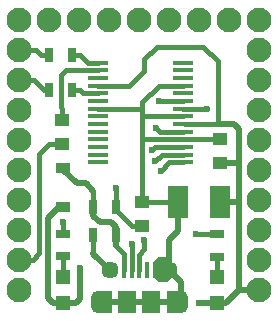
<source format=gbr>
G04 #@! TF.FileFunction,Copper,L1,Top,Signal*
%FSLAX46Y46*%
G04 Gerber Fmt 4.6, Leading zero omitted, Abs format (unit mm)*
G04 Created by KiCad (PCBNEW 4.0.6) date 08/29/18 06:26:35*
%MOMM*%
%LPD*%
G01*
G04 APERTURE LIST*
%ADD10C,0.100000*%
%ADD11C,2.100000*%
%ADD12R,1.778000X2.794000*%
%ADD13R,1.250000X1.000000*%
%ADD14R,1.200000X1.200000*%
%ADD15R,1.200000X0.900000*%
%ADD16R,0.700000X1.300000*%
%ADD17R,1.300000X0.700000*%
%ADD18R,1.750000X0.450000*%
%ADD19R,1.500000X1.900000*%
%ADD20C,1.450000*%
%ADD21R,0.400000X1.350000*%
%ADD22O,1.200000X1.900000*%
%ADD23R,1.200000X1.900000*%
%ADD24C,0.600000*%
%ADD25C,0.500000*%
%ADD26C,0.400000*%
G04 APERTURE END LIST*
D10*
D11*
X161569400Y-67843400D03*
X161569400Y-70383400D03*
X161569400Y-72923400D03*
X161569400Y-75463400D03*
X161569400Y-78003400D03*
X161569400Y-80543400D03*
X161569400Y-83083400D03*
X161569400Y-85623400D03*
X161569400Y-88163400D03*
X161569400Y-65303400D03*
X159029400Y-65303400D03*
X156489400Y-65303400D03*
X153949400Y-65303400D03*
X151409400Y-65303400D03*
X148869400Y-65303400D03*
X146329400Y-65303400D03*
X143789400Y-65303400D03*
X141249400Y-65303400D03*
X141249400Y-67843400D03*
X141249400Y-70383400D03*
X141249400Y-72923400D03*
X141249400Y-75463400D03*
X141249400Y-78003400D03*
X141249400Y-80543400D03*
X141249400Y-83083400D03*
X141249400Y-85623400D03*
X141249400Y-88163400D03*
D12*
X158259000Y-80775000D03*
X154703000Y-80775000D03*
D13*
X158261000Y-77435000D03*
X158261000Y-75435000D03*
X144921000Y-75825000D03*
X144921000Y-73825000D03*
X151651000Y-82775000D03*
X151651000Y-80775000D03*
D14*
X144981000Y-89275000D03*
X144981000Y-87075000D03*
X157971000Y-89275000D03*
X157971000Y-87075000D03*
D15*
X144971000Y-81205000D03*
X144971000Y-77905000D03*
D16*
X143821000Y-68335000D03*
X145721000Y-68335000D03*
X143811000Y-71255000D03*
X145711000Y-71255000D03*
D17*
X144981000Y-83445000D03*
X144981000Y-85345000D03*
X157971000Y-83495000D03*
X157971000Y-85395000D03*
D16*
X149451000Y-81185000D03*
X147551000Y-81185000D03*
X147551000Y-83565000D03*
X149451000Y-83565000D03*
D18*
X147921000Y-68940000D03*
X147921000Y-69590000D03*
X147921000Y-70240000D03*
X147921000Y-70890000D03*
X147921000Y-71540000D03*
X147921000Y-72190000D03*
X147921000Y-72840000D03*
X147921000Y-73490000D03*
X147921000Y-74140000D03*
X147921000Y-74790000D03*
X147921000Y-75440000D03*
X147921000Y-76090000D03*
X147921000Y-76740000D03*
X147921000Y-77390000D03*
X155121000Y-77390000D03*
X155121000Y-76740000D03*
X155121000Y-76090000D03*
X155121000Y-75440000D03*
X155121000Y-74790000D03*
X155121000Y-74140000D03*
X155121000Y-73490000D03*
X155121000Y-72840000D03*
X155121000Y-72190000D03*
X155121000Y-71540000D03*
X155121000Y-70890000D03*
X155121000Y-70240000D03*
X155121000Y-69590000D03*
X155121000Y-68940000D03*
D19*
X152431000Y-89225000D03*
D20*
X148931000Y-86525000D03*
D21*
X150781000Y-86525000D03*
X150131000Y-86525000D03*
X152731000Y-86525000D03*
X152081000Y-86525000D03*
X151431000Y-86525000D03*
D20*
X153931000Y-86525000D03*
D19*
X150431000Y-89225000D03*
D22*
X147931000Y-89225000D03*
X154931000Y-89225000D03*
D23*
X154331000Y-89225000D03*
X148531000Y-89225000D03*
D24*
X146391000Y-86325000D03*
X156511000Y-89275000D03*
X149451000Y-79565000D03*
X152881000Y-74475000D03*
X152511000Y-76325000D03*
X152751000Y-77315000D03*
X150781000Y-84335000D03*
X151871000Y-83995000D03*
X153241000Y-78135000D03*
X153071000Y-72205000D03*
X144981000Y-82465000D03*
X157161000Y-72865000D03*
X156221000Y-83495000D03*
D25*
X146391000Y-88995000D02*
X146391000Y-86325000D01*
X146111000Y-89275000D02*
X146391000Y-88995000D01*
X144981000Y-89275000D02*
X146111000Y-89275000D01*
X157971000Y-89275000D02*
X156511000Y-89275000D01*
D26*
X156261000Y-67605000D02*
X156841000Y-67605000D01*
X152891000Y-67605000D02*
X156261000Y-67605000D01*
X151831000Y-68665000D02*
X152891000Y-67605000D01*
X151831000Y-69635000D02*
X151831000Y-68665000D01*
X150576000Y-70890000D02*
X151831000Y-69635000D01*
X147921000Y-70890000D02*
X150576000Y-70890000D01*
X158061000Y-68825000D02*
X158061000Y-74145000D01*
X156841000Y-67605000D02*
X158061000Y-68825000D01*
D25*
X158259000Y-80775000D02*
X159912600Y-80775000D01*
X158261000Y-77435000D02*
X159912600Y-77435000D01*
D26*
X155291000Y-74135000D02*
X157151000Y-74140000D01*
X157151000Y-74140000D02*
X158061000Y-74145000D01*
D25*
X159912600Y-74596600D02*
X159461000Y-74145000D01*
X159461000Y-74145000D02*
X158066000Y-74150000D01*
X159912600Y-74596600D02*
X159912600Y-77435000D01*
X159912600Y-77435000D02*
X159912600Y-80775000D01*
X159912600Y-80775000D02*
X159912600Y-88163400D01*
D26*
X158061000Y-74145000D02*
X158066000Y-74150000D01*
D25*
X157971000Y-89275000D02*
X158801000Y-89275000D01*
X159912600Y-88163400D02*
X161569400Y-88163400D01*
X158801000Y-89275000D02*
X159912600Y-88163400D01*
X144971000Y-81205000D02*
X144621000Y-81205000D01*
X144621000Y-81205000D02*
X143681000Y-82145000D01*
X143681000Y-82145000D02*
X143681000Y-88835000D01*
X143681000Y-88835000D02*
X144121000Y-89275000D01*
X144121000Y-89275000D02*
X144981000Y-89275000D01*
D26*
X144921000Y-75825000D02*
X143751000Y-75825000D01*
X142402600Y-85623400D02*
X141249400Y-85623400D01*
X142931000Y-85095000D02*
X142402600Y-85623400D01*
X142931000Y-76645000D02*
X142931000Y-85095000D01*
X143751000Y-75825000D02*
X142931000Y-76645000D01*
D25*
X147551000Y-85055000D02*
X147551000Y-85145000D01*
X147551000Y-85145000D02*
X148931000Y-86525000D01*
D26*
X147551000Y-83565000D02*
X147551000Y-85055000D01*
D25*
X153931000Y-86525000D02*
X153931000Y-84005000D01*
X154703000Y-83233000D02*
X153931000Y-84005000D01*
X154703000Y-83233000D02*
X154703000Y-80775000D01*
X154931000Y-89225000D02*
X154931000Y-87525000D01*
X154931000Y-87525000D02*
X153931000Y-86525000D01*
X152431000Y-89225000D02*
X154331000Y-89225000D01*
X154331000Y-89225000D02*
X154931000Y-89225000D01*
X150431000Y-89225000D02*
X152431000Y-89225000D01*
X147931000Y-89225000D02*
X150431000Y-89225000D01*
X147931000Y-89225000D02*
X148531000Y-89225000D01*
D26*
X152731000Y-86435000D02*
X153061000Y-86435000D01*
X153451000Y-86045000D02*
X153541000Y-86045000D01*
X153061000Y-86435000D02*
X153451000Y-86045000D01*
X153541000Y-86045000D02*
X153931000Y-86435000D01*
X153931000Y-86435000D02*
X153931000Y-86205000D01*
X153931000Y-86205000D02*
X153551000Y-85825000D01*
X153341000Y-85825000D02*
X152731000Y-86435000D01*
X153551000Y-85825000D02*
X153341000Y-85825000D01*
X153931000Y-86435000D02*
X153851000Y-86435000D01*
X153851000Y-86435000D02*
X153521000Y-86765000D01*
X153521000Y-86765000D02*
X153401000Y-86765000D01*
X153401000Y-86765000D02*
X153071000Y-86435000D01*
X153071000Y-86435000D02*
X152731000Y-86435000D01*
X152731000Y-86435000D02*
X152771000Y-86435000D01*
X152771000Y-86435000D02*
X153371000Y-87035000D01*
X153661000Y-87035000D02*
X153931000Y-86765000D01*
X153371000Y-87035000D02*
X153661000Y-87035000D01*
X153931000Y-86765000D02*
X153931000Y-86435000D01*
X152731000Y-86435000D02*
X152731000Y-85955000D01*
X152731000Y-85955000D02*
X153101000Y-85585000D01*
X153101000Y-85585000D02*
X153711000Y-85585000D01*
X153711000Y-85585000D02*
X153931000Y-85805000D01*
X153931000Y-85805000D02*
X153931000Y-86435000D01*
X152731000Y-86435000D02*
X152731000Y-86895000D01*
X152731000Y-86895000D02*
X153081000Y-87245000D01*
X153931000Y-87045000D02*
X153931000Y-86435000D01*
X153731000Y-87245000D02*
X153931000Y-87045000D01*
X153081000Y-87245000D02*
X153731000Y-87245000D01*
X151651000Y-80775000D02*
X154703000Y-80775000D01*
X155121000Y-75440000D02*
X151651000Y-75440000D01*
X158261000Y-75435000D02*
X155126000Y-75435000D01*
X155126000Y-75435000D02*
X155121000Y-75440000D01*
X155121000Y-73490000D02*
X151651000Y-73490000D01*
X147921000Y-72840000D02*
X151651000Y-72840000D01*
X155121000Y-70890000D02*
X153066000Y-70890000D01*
X151651000Y-72305000D02*
X151651000Y-72840000D01*
X151651000Y-72840000D02*
X151651000Y-73490000D01*
X151651000Y-73490000D02*
X151651000Y-75440000D01*
X151651000Y-75440000D02*
X151651000Y-80775000D01*
X153066000Y-70890000D02*
X151651000Y-72305000D01*
X147921000Y-69590000D02*
X145196000Y-69590000D01*
X144921000Y-72865000D02*
X144921000Y-73825000D01*
X144761000Y-72705000D02*
X144921000Y-72865000D01*
X144761000Y-70025000D02*
X144761000Y-72705000D01*
X145196000Y-69590000D02*
X144761000Y-70025000D01*
X149451000Y-81185000D02*
X149451000Y-81405000D01*
X149451000Y-81405000D02*
X150821000Y-82775000D01*
X150821000Y-82775000D02*
X151651000Y-82775000D01*
X155121000Y-74790000D02*
X153196000Y-74790000D01*
X149451000Y-79565000D02*
X149451000Y-81185000D01*
X153196000Y-74790000D02*
X152881000Y-74475000D01*
X144981000Y-85345000D02*
X144981000Y-87075000D01*
X157971000Y-87075000D02*
X157971000Y-85395000D01*
X150131000Y-85155000D02*
X150131000Y-86525000D01*
D25*
X149451000Y-83565000D02*
X149451000Y-84475000D01*
D26*
X150131000Y-85155000D02*
X150131000Y-85145000D01*
X149451000Y-84475000D02*
X150131000Y-85155000D01*
D25*
X147551000Y-81185000D02*
X147551000Y-81925000D01*
X147551000Y-81925000D02*
X148081000Y-82455000D01*
X148081000Y-82455000D02*
X149051000Y-82455000D01*
X149051000Y-82455000D02*
X149451000Y-82855000D01*
X149451000Y-82855000D02*
X149451000Y-83565000D01*
D26*
X144971000Y-77905000D02*
X144971000Y-78015000D01*
D25*
X144971000Y-78015000D02*
X146121000Y-79165000D01*
X146941000Y-79165000D02*
X147551000Y-79775000D01*
X146121000Y-79165000D02*
X146941000Y-79165000D01*
D26*
X147551000Y-79835000D02*
X147551000Y-81185000D01*
X155121000Y-76090000D02*
X152746000Y-76090000D01*
X152746000Y-76090000D02*
X152511000Y-76325000D01*
X143821000Y-68335000D02*
X143141000Y-68335000D01*
X142649400Y-67843400D02*
X141249400Y-67843400D01*
X143141000Y-68335000D02*
X142649400Y-67843400D01*
X143811000Y-71255000D02*
X143371000Y-71255000D01*
X142499400Y-70383400D02*
X141249400Y-70383400D01*
X143371000Y-71255000D02*
X142499400Y-70383400D01*
X150781000Y-86525000D02*
X150781000Y-84335000D01*
X153326000Y-76740000D02*
X152751000Y-77315000D01*
X153326000Y-76740000D02*
X155121000Y-76740000D01*
X151431000Y-86525000D02*
X151431000Y-85195000D01*
X151871000Y-83995000D02*
X151871000Y-84755000D01*
X151871000Y-84755000D02*
X151431000Y-85195000D01*
X153986000Y-77390000D02*
X155121000Y-77390000D01*
X153986000Y-77390000D02*
X153241000Y-78135000D01*
X147921000Y-68940000D02*
X147056000Y-68940000D01*
X147056000Y-68940000D02*
X146451000Y-68335000D01*
X146451000Y-68335000D02*
X145721000Y-68335000D01*
X147921000Y-71540000D02*
X146666000Y-71540000D01*
X146381000Y-71255000D02*
X145711000Y-71255000D01*
X146666000Y-71540000D02*
X146381000Y-71255000D01*
X144981000Y-83445000D02*
X144981000Y-82465000D01*
X153086000Y-72190000D02*
X155121000Y-72190000D01*
X153071000Y-72205000D02*
X153086000Y-72190000D01*
X157971000Y-83495000D02*
X156221000Y-83495000D01*
X157136000Y-72840000D02*
X155121000Y-72840000D01*
X157161000Y-72865000D02*
X157136000Y-72840000D01*
M02*

</source>
